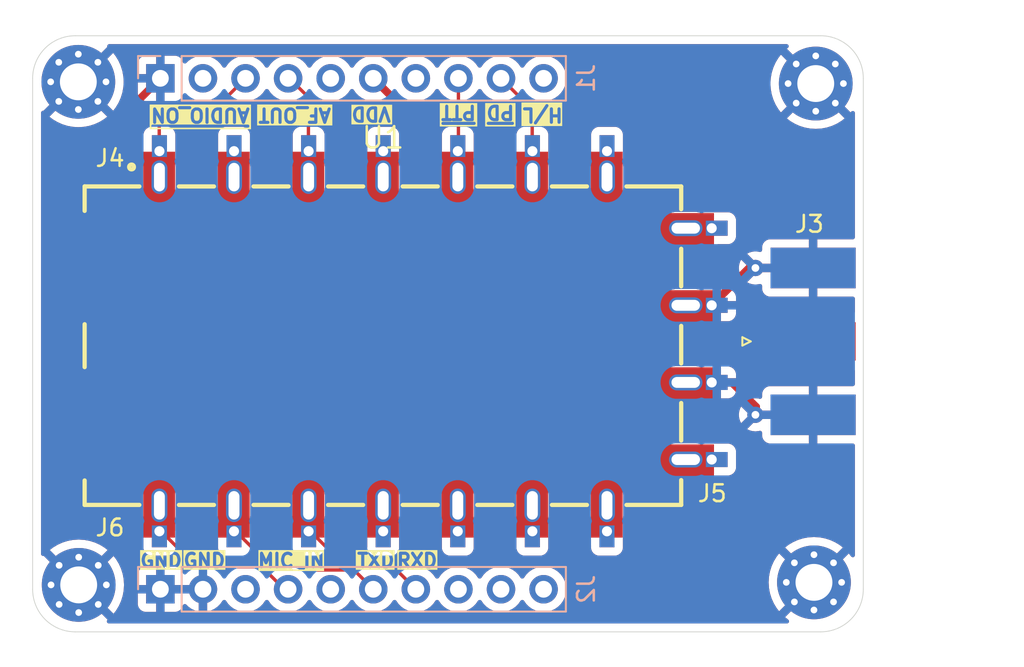
<source format=kicad_pcb>
(kicad_pcb (version 20240108) (generator "pcbnew") (generator_version "8.0")
  (layers (0 "F.Cu" signal) (31 "B.Cu" signal) (34 "B.Paste" user) (35 "F.Paste" user) (36 "B.SilkS" user "B.Silkscreen") (37 "F.SilkS" user "F.Silkscreen") (38 "B.Mask" user) (39 "F.Mask" user) (44 "Edge.Cuts" user))
  (net 0 "")
  (net 1 "GND")
  (net 2 "/~{Audio_ON}")
  (net 3 "/AF_OUT")
  (net 4 "/RXD")
  (net 6 "/MIC_IN")
  (net 7 "/~{PD}")
  (net 8 "/TXD")
  (net 9 "/H{slash}L")
  (net 10 "VDD")
  (net 12 "/~{PTT}")
  (net 13 "/ANT")
  (net 14 "/NC04")
  (net 15 "/NC02")
  (net 16 "/NC11")
  (net 17 "/NC13")
  (net 18 "/NC14")
  (net 19 "/NC15")
  (net 26 "/OPC")
  (footprint "MountingHole:MountingHole_2.2mm_M2_Pad_Via" (layer "F.Cu") (at 132.287594 103.87908)
    (property "Reference" "REF3" (hide yes))
    (property "Value" "Conn_01x01")
    (pad "1" thru_hole circle (at -1.65 0) (size 0.7 0.7) (drill 0.4) (layers "*.Cu" "*.Mask") (net 1 "GND"))
    (pad "1" thru_hole circle (at -1.166726 -1.166726) (size 0.7 0.7) (drill 0.4) (layers "*.Cu" "*.Mask") (net 1 "GND"))
    (pad "1" thru_hole circle (at -1.166726 1.166726) (size 0.7 0.7) (drill 0.4) (layers "*.Cu" "*.Mask") (net 1 "GND"))
    (pad "1" thru_hole circle (at 0 -1.65) (size 0.7 0.7) (drill 0.4) (layers "*.Cu" "*.Mask") (net 1 "GND"))
    (pad "1" thru_hole circle (at 0 0) (size 4.4 4.4) (drill 2.2) (layers "*.Cu" "*.Mask") (net 1 "GND"))
    (pad "1" thru_hole circle (at 0 1.65) (size 0.7 0.7) (drill 0.4) (layers "*.Cu" "*.Mask") (net 1 "GND"))
    (pad "1" thru_hole circle (at 1.166726 -1.166726) (size 0.7 0.7) (drill 0.4) (layers "*.Cu" "*.Mask") (net 1 "GND"))
    (pad "1" thru_hole circle (at 1.166726 1.166726) (size 0.7 0.7) (drill 0.4) (layers "*.Cu" "*.Mask") (net 1 "GND"))
    (pad "1" thru_hole circle (at 1.65 0) (size 0.7 0.7) (drill 0.4) (layers "*.Cu" "*.Mask") (net 1 "GND"))
  )
  (footprint "sa8x8:G-NICERF_SA868" (layer "F.Cu") (at 150.439984 89.548519)
    (property "Reference" "U1" (at 0 -12.3451 0) (layer "F.SilkS") (effects (font (size 1.27 1.27))))
    (property "Value" "SA868")
    (fp_line (start -17.798 -9.4401) (end -17.798 -7.9812) (stroke (width 0.254)) (layer "F.SilkS"))
    (fp_line (start -17.798 -9.4401) (end -14.5336 -9.4401) (stroke (width 0.254)) (layer "F.SilkS"))
    (fp_line (start -17.798 -1.2189) (end -17.798 1.3388) (stroke (width 0.254)) (layer "F.SilkS"))
    (fp_line (start -17.798 8.1011) (end -17.798 9.56) (stroke (width 0.254)) (layer "F.SilkS"))
    (fp_line (start -14.5337 9.56) (end -17.798 9.56) (stroke (width 0.254)) (layer "F.SilkS"))
    (fp_line (start -12.1713 -9.4401) (end -10.0836 -9.4401) (stroke (width 0.254)) (layer "F.SilkS"))
    (fp_line (start -10.0836 9.56) (end -12.1713 9.56) (stroke (width 0.254)) (layer "F.SilkS"))
    (fp_line (start -7.7213 -9.4401) (end -5.6336 -9.4401) (stroke (width 0.254)) (layer "F.SilkS"))
    (fp_line (start -5.6336 9.56) (end -7.7213 9.56) (stroke (width 0.254)) (layer "F.SilkS"))
    (fp_line (start -3.2713 -9.4401) (end -1.1836 -9.4401) (stroke (width 0.254)) (layer "F.SilkS"))
    (fp_line (start -1.1836 9.56) (end -3.2713 9.56) (stroke (width 0.254)) (layer "F.SilkS"))
    (fp_line (start 1.1787 -9.4401) (end 3.2664 -9.4401) (stroke (width 0.254)) (layer "F.SilkS"))
    (fp_line (start 3.2664 9.56) (end 1.1787 9.56) (stroke (width 0.254)) (layer "F.SilkS"))
    (fp_line (start 5.6287 -9.4401) (end 7.7164 -9.4401) (stroke (width 0.254)) (layer "F.SilkS"))
    (fp_line (start 7.7164 9.56) (end 5.6287 9.56) (stroke (width 0.254)) (layer "F.SilkS"))
    (fp_line (start 10.0787 -9.4401) (end 12.1664 -9.4401) (stroke (width 0.254)) (layer "F.SilkS"))
    (fp_line (start 12.1664 9.56) (end 10.0787 9.56) (stroke (width 0.254)) (layer "F.SilkS"))
    (fp_line (start 14.5287 -9.4401) (end 17.789 -9.4401) (stroke (width 0.254)) (layer "F.SilkS"))
    (fp_line (start 17.789 -9.4401) (end 17.789 -8.0812) (stroke (width 0.254)) (layer "F.SilkS"))
    (fp_line (start 17.789 -5.7189) (end 17.789 -3.4813) (stroke (width 0.254)) (layer "F.SilkS"))
    (fp_line (start 17.789 -1.119) (end 17.789 1.1186) (stroke (width 0.254)) (layer "F.SilkS"))
    (fp_line (start 17.789 3.4809) (end 17.789 5.7188) (stroke (width 0.254)) (layer "F.SilkS"))
    (fp_line (start 17.789 8.0811) (end 17.789 9.56) (stroke (width 0.254)) (layer "F.SilkS"))
    (fp_line (start 17.789 9.56) (end 14.5287 9.56) (stroke (width 0.254)) (layer "F.SilkS"))
    (fp_circle (center -15 -10.5999) (end -14.8585 -10.5999) (stroke (width 0.254)) (fill none) (layer "F.SilkS"))
    (pad "1" smd rect (at -13.3525 -9.5601 180) (size 1.9 3.9) (layers "F.Cu" "F.Paste" "F.Mask") (net 2 "/~{Audio_ON}"))
    (pad "2" smd rect (at -8.9024 -9.5601 180) (size 1.9 3.9) (layers "F.Cu" "F.Paste" "F.Mask") (net 15 "/NC02"))
    (pad "3" smd rect (at -4.4524 -9.5601 180) (size 1.9 3.9) (layers "F.Cu" "F.Paste" "F.Mask") (net 3 "/AF_OUT"))
    (pad "4" smd rect (at -0.0025 -9.5601 180) (size 1.9 3.9) (layers "F.Cu" "F.Paste" "F.Mask") (net 14 "/NC04"))
    (pad "5" smd rect (at 4.4475 -9.5601 180) (size 1.9 3.9) (layers "F.Cu" "F.Paste" "F.Mask") (net 12 "/~{PTT}"))
    (pad "6" smd rect (at 8.8976 -9.5601 180) (size 1.9 3.9) (layers "F.Cu" "F.Paste" "F.Mask") (net 7 "/~{PD}"))
    (pad "7" smd rect (at 13.3474 -9.5601 180) (size 1.9 3.9) (layers "F.Cu" "F.Paste" "F.Mask") (net 9 "/H{slash}L"))
    (pad "8" smd rect (at 17.7975 -6.9002 270) (size 1.9 3.9) (layers "F.Cu" "F.Paste" "F.Mask") (net 10 "VDD"))
    (pad "9" smd rect (at 17.7975 -2.3002 270) (size 1.9 3.9) (layers "F.Cu" "F.Paste" "F.Mask") (net 1 "GND"))
    (pad "10" smd rect (at 17.7975 2.2997 270) (size 1.9 3.9) (layers "F.Cu" "F.Paste" "F.Mask") (net 1 "GND"))
    (pad "11" smd rect (at 17.7975 6.8999 270) (size 1.9 3.9) (layers "F.Cu" "F.Paste" "F.Mask") (net 16 "/NC11"))
    (pad "12" smd rect (at 13.3474 9.5601 180) (size 1.9 3.9) (layers "F.Cu" "F.Paste" "F.Mask") (net 13 "/ANT"))
    (pad "13" smd rect (at 8.8976 9.5601) (size 1.9 3.9) (layers "F.Cu" "F.Paste" "F.Mask") (net 17 "/NC13"))
    (pad "14" smd rect (at 4.4475 9.5601) (size 1.9 3.9) (layers "F.Cu" "F.Paste" "F.Mask") (net 18 "/NC14"))
    (pad "15" smd rect (at -0.0025 9.5601) (size 1.9 3.9) (layers "F.Cu" "F.Paste" "F.Mask") (net 19 "/NC15"))
    (pad "16" smd rect (at -4.4524 9.5601) (size 1.9 3.9) (layers "F.Cu" "F.Paste" "F.Mask") (net 4 "/RXD"))
    (pad "17" smd rect (at -8.9024 9.5601) (size 1.9 3.9) (layers "F.Cu" "F.Paste" "F.Mask") (net 8 "/TXD"))
    (pad "18" smd rect (at -13.3525 9.5601) (size 1.9 3.9) (layers "F.Cu" "F.Paste" "F.Mask") (net 6 "/MIC_IN"))
    (pad "19" smd rect (at -17.7975 4.7201) (size 3.9 6.3) (layers "F.Cu" "F.Paste" "F.Mask") (net 1 "GND"))
    (pad "20" smd rect (at -17.7975 -4.5999) (size 3.9 6.3) (layers "F.Cu" "F.Paste" "F.Mask") (net 1 "GND"))
  )
  (footprint "FlexyPin:FlexyPin_1x04_P4.60mm" (layer "F.Cu") (at 170.050534 96.401419 180)
    (property "Reference" "J5" (at -0.033709 -2.022038 0) (layer "F.SilkS"))
    (property "Value" "Conn_01x04")
    (pad "" thru_hole oval (at 1.55 0 180) (size 2 0.95) (drill oval 1.7 0.65) (layers "*.Cu" "*.Mask"))
    (pad "" thru_hole oval (at 1.55 4.6 180) (size 2 0.95) (drill oval 1.7 0.65) (layers "*.Cu" "*.Mask"))
    (pad "" thru_hole oval (at 1.55 9.2 180) (size 2 0.95) (drill oval 1.7 0.65) (layers "*.Cu" "*.Mask"))
    (pad "" thru_hole oval (at 1.55 13.8 180) (size 2 0.95) (drill oval 1.7 0.65) (layers "*.Cu" "*.Mask"))
    (pad "1" thru_hole rect (at 0 0 180) (size 1.3 0.9) (drill 0.6 (offset -0.3 0)) (layers "*.Cu" "*.Mask") (net 16 "/NC11"))
    (pad "2" thru_hole rect (at 0 4.6 180) (size 1.3 0.9) (drill 0.6 (offset -0.3 0)) (layers "*.Cu" "*.Mask") (net 1 "GND"))
    (pad "3" thru_hole rect (at 0 9.2 180) (size 1.3 0.9) (drill 0.6 (offset -0.3 0)) (layers "*.Cu" "*.Mask") (net 1 "GND"))
    (pad "4" thru_hole rect (at 0 13.8 180) (size 1.3 0.9) (drill 0.6 (offset -0.3 0)) (layers "*.Cu" "*.Mask") (net 10 "VDD"))
  )
  (footprint "MountingHole:MountingHole_2.2mm_M2_Pad_Via" (layer "F.Cu") (at 176.256986 73.972015)
    (property "Reference" "REF2" (hide yes))
    (property "Value" "Conn_01x01")
    (pad "1" thru_hole circle (at -1.65 0) (size 0.7 0.7) (drill 0.4) (layers "*.Cu" "*.Mask") (net 1 "GND"))
    (pad "1" thru_hole circle (at -1.166726 -1.166726) (size 0.7 0.7) (drill 0.4) (layers "*.Cu" "*.Mask") (net 1 "GND"))
    (pad "1" thru_hole circle (at -1.166726 1.166726) (size 0.7 0.7) (drill 0.4) (layers "*.Cu" "*.Mask") (net 1 "GND"))
    (pad "1" thru_hole circle (at 0 -1.65) (size 0.7 0.7) (drill 0.4) (layers "*.Cu" "*.Mask") (net 1 "GND"))
    (pad "1" thru_hole circle (at 0 0) (size 4.4 4.4) (drill 2.2) (layers "*.Cu" "*.Mask") (net 1 "GND"))
    (pad "1" thru_hole circle (at 0 1.65) (size 0.7 0.7) (drill 0.4) (layers "*.Cu" "*.Mask") (net 1 "GND"))
    (pad "1" thru_hole circle (at 1.166726 -1.166726) (size 0.7 0.7) (drill 0.4) (layers "*.Cu" "*.Mask") (net 1 "GND"))
    (pad "1" thru_hole circle (at 1.166726 1.166726) (size 0.7 0.7) (drill 0.4) (layers "*.Cu" "*.Mask") (net 1 "GND"))
    (pad "1" thru_hole circle (at 1.65 0) (size 0.7 0.7) (drill 0.4) (layers "*.Cu" "*.Mask") (net 1 "GND"))
  )
  (footprint "FlexyPin:FlexyPin_1x07_P4.45mm" (layer "F.Cu") (at 163.803844 78.003255 -90)
    (property "Reference" "J4" (at 0.420719 29.6463 0) (layer "F.SilkS"))
    (property "Value" "Conn_01x07")
    (pad "" thru_hole oval (at 1.55 0 270) (size 2 0.95) (drill oval 1.7 0.65) (layers "*.Cu" "*.Mask"))
    (pad "" thru_hole oval (at 1.55 4.45 270) (size 2 0.95) (drill oval 1.7 0.65) (layers "*.Cu" "*.Mask"))
    (pad "" thru_hole oval (at 1.55 8.9 270) (size 2 0.95) (drill oval 1.7 0.65) (layers "*.Cu" "*.Mask"))
    (pad "" thru_hole oval (at 1.55 13.35 270) (size 2 0.95) (drill oval 1.7 0.65) (layers "*.Cu" "*.Mask"))
    (pad "" thru_hole oval (at 1.55 17.8 270) (size 2 0.95) (drill oval 1.7 0.65) (layers "*.Cu" "*.Mask"))
    (pad "" thru_hole oval (at 1.55 22.25 270) (size 2 0.95) (drill oval 1.7 0.65) (layers "*.Cu" "*.Mask"))
    (pad "" thru_hole oval (at 1.55 26.7 270) (size 2 0.95) (drill oval 1.7 0.65) (layers "*.Cu" "*.Mask"))
    (pad "1" thru_hole rect (at 0 0 270) (size 1.3 0.9) (drill 0.6 (offset -0.3 0)) (layers "*.Cu" "*.Mask") (net 9 "/H{slash}L"))
    (pad "2" thru_hole rect (at 0 4.45 270) (size 1.3 0.9) (drill 0.6 (offset -0.3 0)) (layers "*.Cu" "*.Mask") (net 7 "/~{PD}"))
    (pad "3" thru_hole rect (at 0 8.9 270) (size 1.3 0.9) (drill 0.6 (offset -0.3 0)) (layers "*.Cu" "*.Mask") (net 12 "/~{PTT}"))
    (pad "4" thru_hole rect (at 0 13.35 270) (size 1.3 0.9) (drill 0.6 (offset -0.3 0)) (layers "*.Cu" "*.Mask") (net 14 "/NC04"))
    (pad "5" thru_hole rect (at 0 17.8 270) (size 1.3 0.9) (drill 0.6 (offset -0.3 0)) (layers "*.Cu" "*.Mask") (net 3 "/AF_OUT"))
    (pad "6" thru_hole rect (at 0 22.25 270) (size 1.3 0.9) (drill 0.6 (offset -0.3 0)) (layers "*.Cu" "*.Mask") (net 15 "/NC02"))
    (pad "7" thru_hole rect (at 0 26.7 270) (size 1.3 0.9) (drill 0.6 (offset -0.3 0)) (layers "*.Cu" "*.Mask") (net 2 "/~{Audio_ON}"))
  )
  (footprint "Connector_Coaxial:SMA_Molex_73251-1153_EdgeMount_Horizontal" (layer "F.Cu") (at 174.377887 89.353425 180)
    (property "Reference" "J3" (at -1.5 7 0) (layer "F.SilkS"))
    (property "Value" "Conn_Coaxial")
    (fp_line (start 2.5 0.25) (end 2 0) (stroke (width 0.12)) (layer "F.SilkS"))
    (fp_line (start 2.5 -0.25) (end 2.5 0.25) (stroke (width 0.12)) (layer "F.SilkS"))
    (fp_line (start 2 0) (end 2.5 -0.25) (stroke (width 0.12)) (layer "F.SilkS"))
    (pad "1" smd rect (at -1.72 0 180) (size 5.08 2.29) (layers "F.Cu" "F.Paste" "F.Mask") (net 13 "/ANT"))
    (pad "2" smd rect (at -1.72 -4.38 180) (size 5.08 2.42) (layers "F.Cu" "F.Paste" "F.Mask") (net 1 "GND"))
    (pad "2" smd rect (at -1.72 -4.38 180) (size 5.08 2.42) (layers "B.Cu" "B.Paste" "B.Mask") (net 1 "GND"))
    (pad "2" smd rect (at -1.72 4.38 180) (size 5.08 2.42) (layers "F.Cu" "F.Paste" "F.Mask") (net 1 "GND"))
    (pad "2" smd rect (at -1.72 4.38 180) (size 5.08 2.42) (layers "B.Cu" "B.Paste" "B.Mask") (net 1 "GND"))
    (pad "2" smd rect (at 1.27 -4.38 180) (size 0.95 0.46) (layers "F.Cu") (net 1 "GND"))
    (pad "2" smd rect (at 1.27 -4.38 180) (size 0.95 0.46) (layers "B.Cu") (net 1 "GND"))
    (pad "2" smd rect (at 1.27 4.38 180) (size 0.95 0.46) (layers "F.Cu") (net 1 "GND"))
    (pad "2" smd rect (at 1.27 4.38 180) (size 0.95 0.46) (layers "B.Cu") (net 1 "GND"))
    (pad "2" thru_hole circle (at 1.72 -4.38 180) (size 0.97 0.97) (drill 0.46) (layers "*.Cu") (net 1 "GND"))
    (pad "2" thru_hole circle (at 1.72 4.38 180) (size 0.97 0.97) (drill 0.46) (layers "*.Cu") (net 1 "GND"))
  )
  (footprint "MountingHole:MountingHole_2.2mm_M2_Pad_Via" (layer "F.Cu") (at 132.265465 73.869715)
    (property "Reference" "REF1" (hide yes))
    (property "Value" "Conn_01x01")
    (pad "1" thru_hole circle (at -1.65 0) (size 0.7 0.7) (drill 0.4) (layers "*.Cu" "*.Mask") (net 1 "GND"))
    (pad "1" thru_hole circle (at -1.166726 -1.166726) (size 0.7 0.7) (drill 0.4) (layers "*.Cu" "*.Mask") (net 1 "GND"))
    (pad "1" thru_hole circle (at -1.166726 1.166726) (size 0.7 0.7) (drill 0.4) (layers "*.Cu" "*.Mask") (net 1 "GND"))
    (pad "1" thru_hole circle (at 0 -1.65) (size 0.7 0.7) (drill 0.4) (layers "*.Cu" "*.Mask") (net 1 "GND"))
    (pad "1" thru_hole circle (at 0 0) (size 4.4 4.4) (drill 2.2) (layers "*.Cu" "*.Mask") (net 1 "GND"))
    (pad "1" thru_hole circle (at 0 1.65) (size 0.7 0.7) (drill 0.4) (layers "*.Cu" "*.Mask") (net 1 "GND"))
    (pad "1" thru_hole circle (at 1.166726 -1.166726) (size 0.7 0.7) (drill 0.4) (layers "*.Cu" "*.Mask") (net 1 "GND"))
    (pad "1" thru_hole circle (at 1.166726 1.166726) (size 0.7 0.7) (drill 0.4) (layers "*.Cu" "*.Mask") (net 1 "GND"))
    (pad "1" thru_hole circle (at 1.65 0) (size 0.7 0.7) (drill 0.4) (layers "*.Cu" "*.Mask") (net 1 "GND"))
  )
  (footprint "FlexyPin:FlexyPin_1x07_P4.45mm" (layer "F.Cu") (at 137.101526 100.682648 90)
    (property "Reference" "J6" (at 0.216785 -2.9463 180) (layer "F.SilkS"))
    (property "Value" "Conn_01x07")
    (pad "" thru_hole oval (at 1.55 0 90) (size 2 0.95) (drill oval 1.7 0.65) (layers "*.Cu" "*.Mask"))
    (pad "" thru_hole oval (at 1.55 4.45 90) (size 2 0.95) (drill oval 1.7 0.65) (layers "*.Cu" "*.Mask"))
    (pad "" thru_hole oval (at 1.55 8.9 90) (size 2 0.95) (drill oval 1.7 0.65) (layers "*.Cu" "*.Mask"))
    (pad "" thru_hole oval (at 1.55 13.35 90) (size 2 0.95) (drill oval 1.7 0.65) (layers "*.Cu" "*.Mask"))
    (pad "" thru_hole oval (at 1.55 17.8 90) (size 2 0.95) (drill oval 1.7 0.65) (layers "*.Cu" "*.Mask"))
    (pad "" thru_hole oval (at 1.55 22.25 90) (size 2 0.95) (drill oval 1.7 0.65) (layers "*.Cu" "*.Mask"))
    (pad "" thru_hole oval (at 1.55 26.7 90) (size 2 0.95) (drill oval 1.7 0.65) (layers "*.Cu" "*.Mask"))
    (pad "1" thru_hole rect (at 0 0 90) (size 1.3 0.9) (drill 0.6 (offset -0.3 0)) (layers "*.Cu" "*.Mask") (net 6 "/MIC_IN"))
    (pad "2" thru_hole rect (at 0 4.45 90) (size 1.3 0.9) (drill 0.6 (offset -0.3 0)) (layers "*.Cu" "*.Mask") (net 8 "/TXD"))
    (pad "3" thru_hole rect (at 0 8.9 90) (size 1.3 0.9) (drill 0.6 (offset -0.3 0)) (layers "*.Cu" "*.Mask") (net 4 "/RXD"))
    (pad "4" thru_hole rect (at 0 13.35 90) (size 1.3 0.9) (drill 0.6 (offset -0.3 0)) (layers "*.Cu" "*.Mask") (net 19 "/NC15"))
    (pad "5" thru_hole rect (at 0 17.8 90) (size 1.3 0.9) (drill 0.6 (offset -0.3 0)) (layers "*.Cu" "*.Mask") (net 18 "/NC14"))
    (pad "6" thru_hole rect (at 0 22.25 90) (size 1.3 0.9) (drill 0.6 (offset -0.3 0)) (layers "*.Cu" "*.Mask") (net 17 "/NC13"))
    (pad "7" thru_hole rect (at 0 26.7 90) (size 1.3 0.9) (drill 0.6 (offset -0.3 0)) (layers "*.Cu" "*.Mask") (net 13 "/ANT"))
  )
  (footprint "MountingHole:MountingHole_2.2mm_M2_Pad_Via" (layer "F.Cu") (at 176.15 103.728194)
    (property "Reference" "REF4" (hide yes))
    (property "Value" "Conn_01x01")
    (pad "1" thru_hole circle (at -1.65 0) (size 0.7 0.7) (drill 0.4) (layers "*.Cu" "*.Mask") (net 1 "GND"))
    (pad "1" thru_hole circle (at -1.166726 -1.166726) (size 0.7 0.7) (drill 0.4) (layers "*.Cu" "*.Mask") (net 1 "GND"))
    (pad "1" thru_hole circle (at -1.166726 1.166726) (size 0.7 0.7) (drill 0.4) (layers "*.Cu" "*.Mask") (net 1 "GND"))
    (pad "1" thru_hole circle (at 0 -1.65) (size 0.7 0.7) (drill 0.4) (layers "*.Cu" "*.Mask") (net 1 "GND"))
    (pad "1" thru_hole circle (at 0 0) (size 4.4 4.4) (drill 2.2) (layers "*.Cu" "*.Mask") (net 1 "GND"))
    (pad "1" thru_hole circle (at 0 1.65) (size 0.7 0.7) (drill 0.4) (layers "*.Cu" "*.Mask") (net 1 "GND"))
    (pad "1" thru_hole circle (at 1.166726 -1.166726) (size 0.7 0.7) (drill 0.4) (layers "*.Cu" "*.Mask") (net 1 "GND"))
    (pad "1" thru_hole circle (at 1.166726 1.166726) (size 0.7 0.7) (drill 0.4) (layers "*.Cu" "*.Mask") (net 1 "GND"))
    (pad "1" thru_hole circle (at 1.65 0) (size 0.7 0.7) (drill 0.4) (layers "*.Cu" "*.Mask") (net 1 "GND"))
  )
  (footprint "Connector_PinHeader_2.54mm:PinHeader_1x10_P2.54mm_Vertical" (layer "B.Cu") (at 137.16 73.66 -90)
    (property "Reference" "J1" (at 0 -25.4 90) (layer "B.SilkS") (effects (justify mirror)))
    (property "Value" "Conn_01x10")
    (fp_line (start -1.33 1.33) (end -1.33 0) (stroke (width 0.12)) (layer "B.SilkS"))
    (fp_line (start 0 1.33) (end -1.33 1.33) (stroke (width 0.12)) (layer "B.SilkS"))
    (fp_line (start 1.33 -1.27) (end -1.33 -1.27) (stroke (width 0.12)) (layer "B.SilkS"))
    (fp_line (start -1.33 -24.19) (end -1.33 -1.27) (stroke (width 0.12)) (layer "B.SilkS"))
    (fp_line (start 1.33 -24.19) (end 1.33 -1.27) (stroke (width 0.12)) (layer "B.SilkS"))
    (fp_line (start 1.33 -24.19) (end -1.33 -24.19) (stroke (width 0.12)) (layer "B.SilkS"))
    (pad "1" thru_hole rect (at 0 0 270) (size 1.7 1.7) (drill 1) (layers "*.Cu" "*.Mask") (net 1 "GND"))
    (pad "2" thru_hole oval (at 0 -2.54 270) (size 1.7 1.7) (drill 1) (layers "*.Cu" "*.Mask"))
    (pad "3" thru_hole oval (at 0 -5.08 270) (size 1.7 1.7) (drill 1) (layers "*.Cu" "*.Mask") (net 2 "/~{Audio_ON}"))
    (pad "4" thru_hole oval (at 0 -7.62 270) (size 1.7 1.7) (drill 1) (layers "*.Cu" "*.Mask") (net 3 "/AF_OUT"))
    (pad "5" thru_hole oval (at 0 -10.16 270) (size 1.7 1.7) (drill 1) (layers "*.Cu" "*.Mask"))
    (pad "6" thru_hole oval (at 0 -12.7 270) (size 1.7 1.7) (drill 1) (layers "*.Cu" "*.Mask") (net 10 "VDD"))
    (pad "7" thru_hole oval (at 0 -15.24 270) (size 1.7 1.7) (drill 1) (layers "*.Cu" "*.Mask"))
    (pad "8" thru_hole oval (at 0 -17.78 270) (size 1.7 1.7) (drill 1) (layers "*.Cu" "*.Mask") (net 12 "/~{PTT}"))
    (pad "9" thru_hole oval (at 0 -20.32 270) (size 1.7 1.7) (drill 1) (layers "*.Cu" "*.Mask") (net 7 "/~{PD}"))
    (pad "10" thru_hole oval (at 0 -22.86 270) (size 1.7 1.7) (drill 1) (layers "*.Cu" "*.Mask") (net 26 "/OPC"))
  )
  (footprint "Connector_PinHeader_2.54mm:PinHeader_1x10_P2.54mm_Vertical" (layer "B.Cu") (at 137.16 104.14 -90)
    (property "Reference" "J2" (at 0 -25.4 90) (layer "B.SilkS") (effects (justify mirror)))
    (property "Value" "Conn_01x10")
    (fp_line (start -1.33 1.33) (end -1.33 0) (stroke (width 0.12)) (layer "B.SilkS"))
    (fp_line (start 0 1.33) (end -1.33 1.33) (stroke (width 0.12)) (layer "B.SilkS"))
    (fp_line (start 1.33 -1.27) (end -1.33 -1.27) (stroke (width 0.12)) (layer "B.SilkS"))
    (fp_line (start -1.33 -24.19) (end -1.33 -1.27) (stroke (width 0.12)) (layer "B.SilkS"))
    (fp_line (start 1.33 -24.19) (end 1.33 -1.27) (stroke (width 0.12)) (layer "B.SilkS"))
    (fp_line (start 1.33 -24.19) (end -1.33 -24.19) (stroke (width 0.12)) (layer "B.SilkS"))
    (pad "1" thru_hole rect (at 0 0 270) (size 1.7 1.7) (drill 1) (layers "*.Cu" "*.Mask") (net 1 "GND"))
    (pad "2" thru_hole oval (at 0 -2.54 270) (size 1.7 1.7) (drill 1) (layers "*.Cu" "*.Mask") (net 1 "GND"))
    (pad "3" thru_hole oval (at 0 -5.08 270) (size 1.7 1.7) (drill 1) (layers "*.Cu" "*.Mask"))
    (pad "4" thru_hole oval (at 0 -7.62 270) (size 1.7 1.7) (drill 1) (layers "*.Cu" "*.Mask") (net 6 "/MIC_IN"))
    (pad "5" thru_hole oval (at 0 -10.16 270) (size 1.7 1.7) (drill 1) (layers "*.Cu" "*.Mask"))
    (pad "6" thru_hole oval (at 0 -12.7 270) (size 1.7 1.7) (drill 1) (layers "*.Cu" "*.Mask") (net 8 "/TXD"))
    (pad "7" thru_hole oval (at 0 -15.24 270) (size 1.7 1.7) (drill 1) (layers "*.Cu" "*.Mask") (net 4 "/RXD"))
    (pad "8" thru_hole oval (at 0 -17.78 270) (size 1.7 1.7) (drill 1) (layers "*.Cu" "*.Mask"))
    (pad "9" thru_hole oval (at 0 -20.32 270) (size 1.7 1.7) (drill 1) (layers "*.Cu" "*.Mask"))
    (pad "10" thru_hole oval (at 0 -22.86 270) (size 1.7 1.7) (drill 1) (layers "*.Cu" "*.Mask"))
  )
  (gr_line (start 129.54 104.14) (end 129.54 73.66) (stroke (width 0.05)) (layer "Edge.Cuts"))
  (gr_arc (start 176.553063 71.12) (mid 178.349114 71.863949) (end 179.093063 73.66) (stroke (width 0.05)) (layer "Edge.Cuts"))
  (gr_arc (start 132.079373 106.68) (mid 130.283949 105.936051) (end 129.54 104.14) (stroke (width 0.05)) (layer "Edge.Cuts"))
  (gr_line (start 132.08 71.12) (end 176.553063 71.12) (stroke (width 0.05)) (layer "Edge.Cuts"))
  (gr_arc (start 179.093063 104.14) (mid 178.349112 105.936038) (end 176.553063 106.68) (stroke (width 0.05)) (layer "Edge.Cuts"))
  (gr_arc (start 129.54 73.66) (mid 130.283949 71.863949) (end 132.08 71.12) (stroke (width 0.05)) (layer "Edge.Cuts"))
  (gr_line (start 176.553063 106.68) (end 132.079373 106.68) (stroke (width 0.05)) (layer "Edge.Cuts"))
  (gr_line (start 179.093063 104.14) (end 179.093063 73.66) (stroke (width 0.05)) (layer "Edge.Cuts"))
  (gr_text "~{AUDIO_ON}" (at 142.579723 75.379883 180) (layer "F.SilkS" knockout) (effects (font (size 0.8 0.8) (thickness 0.1875) (bold yes)) (justify left bottom)))
  (gr_text "~{PTT}" (at 156.080684 75.215859 180) (layer "F.SilkS" knockout) (effects (font (size 0.8 0.8) (thickness 0.1875) (bold yes)) (justify left bottom)))
  (gr_text "H/L" (at 161.257263 75.373322 180) (layer "F.SilkS" knockout) (effects (font (size 0.8 0.8) (thickness 0.1875) (bold yes)) (justify left bottom)))
  (gr_text "RXD" (at 151.165922 102.897252 0) (layer "F.SilkS" knockout) (effects (font (size 0.8 0.8) (thickness 0.1875) (bold yes)) (justify left bottom)))
  (gr_text "TXD" (at 148.803985 102.897252 0) (layer "F.SilkS" knockout) (effects (font (size 0.8 0.8) (thickness 0.1875) (bold yes)) (justify left bottom)))
  (gr_text "VDD" (at 151 75.314273 180) (layer "F.SilkS" knockout) (effects (font (size 0.8 0.8) (thickness 0.1875) (bold yes)) (justify left bottom)))
  (gr_text "GND" (at 135.861165 102.897252 0) (layer "F.SilkS" knockout) (effects (font (size 0.8 0.8) (thickness 0.1875) (bold yes)) (justify left bottom)))
  (gr_text "~{PD}" (at 158.36389 75.215859 180) (layer "F.SilkS" knockout) (effects (font (size 0.8 0.8) (thickness 0.1875) (bold yes)) (justify left bottom)))
  (gr_text "MIC_IN" (at 142.881743 102.897252 0) (layer "F.SilkS" knockout) (effects (font (size 0.8 0.8) (thickness 0.1875) (bold yes)) (justify left bottom)))
  (gr_text "GND" (at 138.442297 102.897252 0) (layer "F.SilkS" knockout) (effects (font (size 0.8 0.8) (thickness 0.1875) (bold yes)) (justify left bottom)))
  (gr_text "AF_OUT" (at 147.431659 75.377972 180) (layer "F.SilkS" knockout) (effects (font (size 0.8 0.8) (thickness 0.1875) (bold yes)) (justify left bottom)))
  (segment (start 137.16 73.66) (end 132.647 78.173) (width 0.46) (layer "F.Cu") (net 1))
  (segment (start 132.647 78.173) (end 132.647 84.8532) (width 0.46) (layer "F.Cu") (net 1))
  (segment (start 171.244419 91.801419) (end 172.700594 93.257594) (width 0.46) (layer "F.Cu") (net 1))
  (segment (start 173.107887 84.973425) (end 172.278528 84.973425) (width 0.46) (layer "F.Cu") (net 1))
  (segment (start 172.278528 84.973425) (end 170.050534 87.201419) (width 0.46) (layer "F.Cu") (net 1))
  (segment (start 172.700594 93.257594) (end 172.700594 93.761835) (width 0.46) (layer "F.Cu") (net 1))
  (segment (start 170.050534 91.801419) (end 171.244419 91.801419) (width 0.46) (layer "F.Cu") (net 1))
  (segment (start 142.24 73.66) (end 140.44677 75.45323) (width 0.2) (layer "F.Cu") (net 2))
  (segment (start 137.90677 75.45323) (end 137.0919 76.2681) (width 0.2) (layer "F.Cu") (net 2))
  (segment (start 140.44677 75.45323) (end 137.90677 75.45323) (width 0.2) (layer "F.Cu") (net 2))
  (segment (start 137.0919 76.2681) (end 137.0919 78.343) (width 0.2) (layer "F.Cu") (net 2))
  (segment (start 145.9919 74.792281) (end 145.9919 78.343) (width 0.2) (layer "F.Cu") (net 3))
  (segment (start 144.859619 73.66) (end 145.9919 74.792281) (width 0.2) (layer "F.Cu") (net 3))
  (segment (start 147.773228 102.344528) (end 145.9919 100.5632) (width 0.2) (layer "F.Cu") (net 4))
  (segment (start 152.4 104.14) (end 150.604528 102.344528) (width 0.2) (layer "F.Cu") (net 4))
  (segment (start 150.604528 102.344528) (end 147.773228 102.344528) (width 0.2) (layer "F.Cu") (net 4))
  (segment (start 143.208912 102.795897) (end 139.324597 102.795897) (width 0.2) (layer "F.Cu") (net 6))
  (segment (start 144.553015 104.14) (end 143.208912 102.795897) (width 0.2) (layer "F.Cu") (net 6))
  (segment (start 139.324597 102.795897) (end 137.0919 100.5632) (width 0.2) (layer "F.Cu") (net 6))
  (segment (start 157.48 73.66) (end 159.3419 75.5219) (width 0.2) (layer "F.Cu") (net 7))
  (segment (start 159.3419 75.5219) (end 159.3419 78.343) (width 0.2) (layer "F.Cu") (net 7))
  (segment (start 144.374799 101.6) (end 142.5787 101.6) (width 0.2) (layer "F.Cu") (net 8))
  (segment (start 142.5787 101.6) (end 141.5419 100.5632) (width 0.2) (layer "F.Cu") (net 8))
  (segment (start 149.86 104.14) (end 148.71 102.99) (width 0.2) (layer "F.Cu") (net 8))
  (segment (start 148.71 102.99) (end 145.764799 102.99) (width 0.2) (layer "F.Cu") (net 8))
  (segment (start 145.764799 102.99) (end 144.374799 101.6) (width 0.2) (layer "F.Cu") (net 8))
  (segment (start 149.86 73.66) (end 152.845578 76.645578) (width 0.46) (layer "F.Cu") (net 10))
  (segment (start 155.23642 83.99742) (end 168.909396 83.99742) (width 0.46) (layer "F.Cu") (net 10))
  (segment (start 170.050534 82.856282) (end 170.050534 82.601419) (width 0.46) (layer "F.Cu") (net 10))
  (segment (start 152.845578 76.645578) (end 152.845578 81.606578) (width 0.46) (layer "F.Cu") (net 10))
  (segment (start 168.909396 83.99742) (end 170.050534 82.856282) (width 0.46) (layer "F.Cu") (net 10))
  (segment (start 152.845578 81.606578) (end 155.23642 83.99742) (width 0.46) (layer "F.Cu") (net 10))
  (segment (start 154.94 73.66) (end 154.94 78.2949) (width 0.2) (layer "F.Cu") (net 12))
  (segment (start 162.749633 100.682648) (end 161.603434 99.536449) (width 0.46) (layer "F.Cu") (net 13))
  (segment (start 161.603434 99.536449) (end 161.603434 92.396566) (width 0.46) (layer "F.Cu") (net 13))
  (segment (start 161.603434 92.396566) (end 164.621599 89.378401) (width 0.46) (layer "F.Cu") (net 13))
  (segment (start 164.621599 89.378401) (end 175.349114 89.378401) (width 0.46) (layer "F.Cu") (net 13))
  (segment (start 163.801526 100.682648) (end 162.749633 100.682648) (width 0.46) (layer "F.Cu") (net 13))
  (zone (net 1) (net_name "GND") (layers "F&B.Cu") (connect_pads (clearance 0.5)) (min_thickness 0.25) (fill yes (thermal_gap 0.5) (thermal_bridge_width 0.5))
    (polygon (pts (xy 181.356 70.612) (xy 181.356 108.204) (xy 128.524 108.204) (xy 128.524 70.612)))
  )
)
</source>
